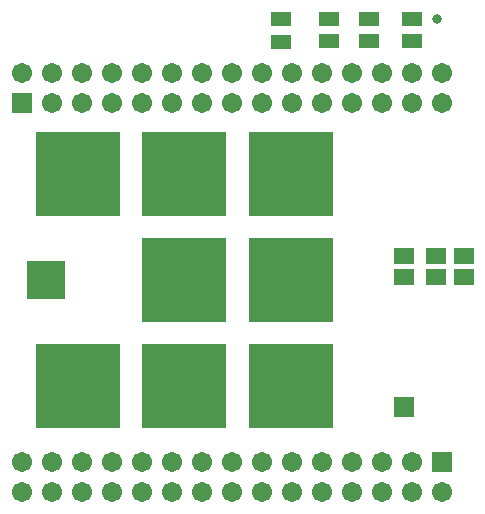
<source format=gts>
G04*
G04 #@! TF.GenerationSoftware,Altium Limited,Altium Designer,22.0.2 (36)*
G04*
G04 Layer_Color=8388736*
%FSLAX25Y25*%
%MOIN*%
G70*
G04*
G04 #@! TF.SameCoordinates,E5DF6677-F1A3-40F0-8D4B-31E310C81F74*
G04*
G04*
G04 #@! TF.FilePolarity,Negative*
G04*
G01*
G75*
%ADD17R,0.06902X0.04540*%
%ADD18R,0.28359X0.28359*%
%ADD19R,0.12611X0.12611*%
%ADD20R,0.06509X0.05328*%
%ADD21C,0.06706*%
%ADD22R,0.06706X0.06706*%
%ADD23R,0.06706X0.06706*%
%ADD24C,0.03162*%
D17*
X138976Y170472D02*
D03*
Y162992D02*
D03*
X95361Y162893D02*
D03*
Y170373D02*
D03*
X111319Y162992D02*
D03*
Y170472D02*
D03*
X124606Y163091D02*
D03*
Y170571D02*
D03*
D18*
X98622Y48031D02*
D03*
X27756Y118898D02*
D03*
X63189Y48031D02*
D03*
Y83465D02*
D03*
Y118898D02*
D03*
X98622Y83465D02*
D03*
X27756Y48031D02*
D03*
X98622Y118898D02*
D03*
D19*
X16929Y83465D02*
D03*
D20*
X147000Y91500D02*
D03*
Y84413D02*
D03*
X156500Y91500D02*
D03*
Y84413D02*
D03*
X136500Y91587D02*
D03*
Y84500D02*
D03*
D21*
X8949Y12890D02*
D03*
Y22890D02*
D03*
X18949Y12890D02*
D03*
Y22890D02*
D03*
X28949Y12890D02*
D03*
Y22890D02*
D03*
X38949Y12890D02*
D03*
Y22890D02*
D03*
X48949Y12890D02*
D03*
Y22890D02*
D03*
X58949Y12890D02*
D03*
Y22890D02*
D03*
X68949Y12890D02*
D03*
Y22890D02*
D03*
X78949Y12890D02*
D03*
Y22890D02*
D03*
X88949Y12890D02*
D03*
Y22890D02*
D03*
X98949Y12890D02*
D03*
Y22890D02*
D03*
X108949Y12890D02*
D03*
Y22890D02*
D03*
X118949Y12890D02*
D03*
Y22890D02*
D03*
X128949Y12890D02*
D03*
Y22890D02*
D03*
X138949Y12890D02*
D03*
Y22890D02*
D03*
X148949Y12890D02*
D03*
Y152500D02*
D03*
Y142500D02*
D03*
X138949Y152500D02*
D03*
Y142500D02*
D03*
X128949Y152500D02*
D03*
Y142500D02*
D03*
X118949Y152500D02*
D03*
Y142500D02*
D03*
X108949Y152500D02*
D03*
Y142500D02*
D03*
X98949Y152500D02*
D03*
Y142500D02*
D03*
X88949Y152500D02*
D03*
Y142500D02*
D03*
X78949Y152500D02*
D03*
Y142500D02*
D03*
X68949Y152500D02*
D03*
Y142500D02*
D03*
X58949Y152500D02*
D03*
Y142500D02*
D03*
X48949Y152500D02*
D03*
Y142500D02*
D03*
X38949Y152500D02*
D03*
Y142500D02*
D03*
X28949Y152500D02*
D03*
Y142500D02*
D03*
X18949Y152500D02*
D03*
Y142500D02*
D03*
X8949Y152500D02*
D03*
D22*
X148949Y22890D02*
D03*
X8949Y142500D02*
D03*
D23*
X136500Y41000D02*
D03*
D24*
X147474Y170472D02*
D03*
M02*

</source>
